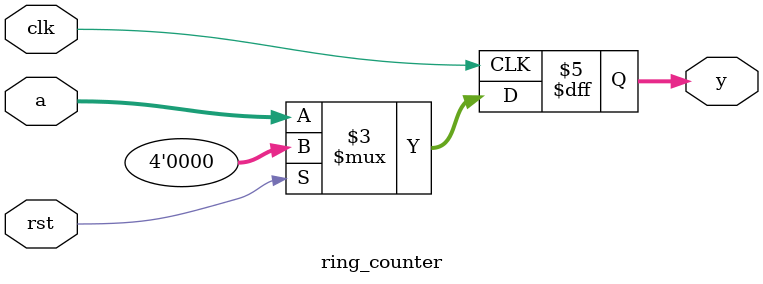
<source format=v>
/* 
 * Corevexis Semiconductor 
 * Example 49: RING COUNTER 
 */

module ring_counter (
    input clk,
    input rst,
    input [3:0] a,
    output reg [3:0] y
);

always @(posedge clk) begin
    if(rst) y <= 4'b0;
    else y <= a; 
end

endmodule
</source>
